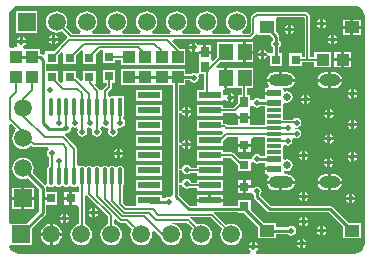
<source format=gtl>
%FSLAX25Y25*%
%MOIN*%
G70*
G01*
G75*
G04 Layer_Physical_Order=1*
G04 Layer_Color=255*
%ADD10O,0.01575X0.05906*%
%ADD11R,0.01575X0.05906*%
%ADD12R,0.03937X0.04331*%
%ADD13R,0.03000X0.03000*%
%ADD14R,0.02756X0.03543*%
%ADD15R,0.07480X0.02362*%
%ADD16R,0.04528X0.01181*%
%ADD17R,0.04528X0.02362*%
%ADD18R,0.04724X0.03937*%
%ADD19R,0.04528X0.05512*%
%ADD20R,0.03000X0.03000*%
%ADD21R,0.04331X0.03937*%
%ADD22C,0.00600*%
%ADD23C,0.01000*%
%ADD24O,0.08263X0.03937*%
%ADD25O,0.07082X0.03937*%
%ADD26C,0.02559*%
%ADD27C,0.05906*%
%ADD28R,0.05906X0.05906*%
%ADD29R,0.05906X0.05906*%
%ADD30C,0.02000*%
G36*
X470322Y216581D02*
X470266Y215734D01*
X469697Y214992D01*
X469339Y214127D01*
X469217Y213200D01*
X469339Y212273D01*
X469697Y211408D01*
X470266Y210666D01*
X471008Y210097D01*
X471873Y209739D01*
X472800Y209617D01*
X473728Y209739D01*
X474592Y210097D01*
X475334Y210666D01*
X475618Y210685D01*
X475751Y210551D01*
X476049Y210352D01*
X476400Y210282D01*
X481097D01*
X481357Y209427D01*
X481247Y209353D01*
X480893Y208824D01*
X480769Y208200D01*
X480893Y207576D01*
X481247Y207047D01*
X481482Y206889D01*
Y203947D01*
X481168Y203737D01*
X480862Y203278D01*
X480754Y202737D01*
Y198406D01*
X480844Y197951D01*
X480056Y197530D01*
X475984Y201602D01*
X476261Y202273D01*
X476383Y203200D01*
X476261Y204127D01*
X475903Y204992D01*
X475334Y205734D01*
X474592Y206303D01*
X473728Y206661D01*
X472800Y206783D01*
X471873Y206661D01*
X471008Y206303D01*
X470266Y205734D01*
X469697Y204992D01*
X469339Y204127D01*
X469217Y203200D01*
X469339Y202273D01*
X469697Y201408D01*
X470266Y200666D01*
X471008Y200097D01*
X471873Y199739D01*
X472800Y199617D01*
X473728Y199739D01*
X474398Y200016D01*
X478278Y196135D01*
Y193206D01*
X478278Y193206D01*
X478278Y193206D01*
Y188865D01*
X474167Y184753D01*
X468744D01*
X468744Y184753D01*
X468744Y184753D01*
X468647Y184753D01*
X468112Y185288D01*
Y217622D01*
X468938Y217965D01*
X470322Y216581D01*
D02*
G37*
G36*
X583303Y257280D02*
X584177Y257165D01*
X584992Y256828D01*
X585691Y256291D01*
X586228Y255592D01*
X586565Y254777D01*
X586681Y253903D01*
X586688D01*
Y253800D01*
X586688Y253800D01*
X586688D01*
Y178200D01*
Y178097D01*
X586681D01*
X586565Y177223D01*
X586228Y176408D01*
X585691Y175709D01*
X584992Y175172D01*
X584177Y174835D01*
X583303Y174720D01*
Y174712D01*
X583251Y174702D01*
X583200Y174712D01*
X550595D01*
X550484Y175079D01*
X550484Y175079D01*
X550336Y175567D01*
X550753Y175847D01*
X551107Y176376D01*
X551132Y176500D01*
X548068D01*
X548093Y176376D01*
X548447Y175847D01*
X548864Y175567D01*
X548605Y174712D01*
X471497D01*
Y174720D01*
X470623Y174835D01*
X469808Y175172D01*
X469109Y175709D01*
X468572Y176408D01*
X468235Y177223D01*
X468550Y177635D01*
X468647Y177647D01*
D01*
X468744Y177647D01*
X468744Y177647D01*
X468744Y177647D01*
X475753D01*
Y183167D01*
X480193Y187607D01*
X480193Y187607D01*
X480436Y187971D01*
X480436Y187971D01*
X480436Y187971D01*
X480522Y188400D01*
X480522Y188400D01*
Y191100D01*
X484250D01*
Y195300D01*
X480522D01*
Y196600D01*
X480522Y196600D01*
X480465Y196883D01*
X481208Y197379D01*
X481627Y197099D01*
X482168Y196992D01*
X482710Y197099D01*
X483169Y197406D01*
Y197406D01*
X483727D01*
X484186Y197099D01*
X484727Y196992D01*
X485269Y197099D01*
X485728Y197406D01*
X486286D01*
X486745Y197099D01*
X487287Y196992D01*
X487828Y197099D01*
X488287Y197406D01*
X488845D01*
Y197406D01*
X489304Y197099D01*
X489846Y196992D01*
X490387Y197099D01*
X490699Y197308D01*
X491487Y196887D01*
Y195300D01*
X490750D01*
Y195300D01*
X489150D01*
Y193199D01*
Y191100D01*
X490750D01*
Y191100D01*
X490855D01*
X491487Y190468D01*
Y184690D01*
X491273Y184661D01*
X490408Y184303D01*
X489666Y183734D01*
X489097Y182992D01*
X488739Y182127D01*
X488617Y181200D01*
X488739Y180273D01*
X489097Y179408D01*
X489666Y178666D01*
X490408Y178097D01*
X491273Y177739D01*
X492200Y177617D01*
X493127Y177739D01*
X493992Y178097D01*
X494734Y178666D01*
X495303Y179408D01*
X495661Y180273D01*
X495783Y181200D01*
X495661Y182127D01*
X495303Y182992D01*
X494734Y183734D01*
X493992Y184303D01*
X493322Y184581D01*
Y194042D01*
X494177Y194302D01*
X494315Y194096D01*
X501282Y187129D01*
Y184663D01*
X501272Y184661D01*
X500408Y184303D01*
X499666Y183734D01*
X499097Y182992D01*
X498739Y182127D01*
X498617Y181200D01*
X498739Y180273D01*
X499097Y179408D01*
X499666Y178666D01*
X500408Y178097D01*
X501272Y177739D01*
X502200Y177617D01*
X503127Y177739D01*
X503992Y178097D01*
X504734Y178666D01*
X505303Y179408D01*
X505661Y180273D01*
X505783Y181200D01*
X505661Y182127D01*
X505303Y182992D01*
X504734Y183734D01*
X503992Y184303D01*
X503127Y184661D01*
X503118Y184663D01*
Y185823D01*
X503943Y186165D01*
X504757Y185351D01*
X505055Y185152D01*
X505406Y185082D01*
X507220D01*
X509190Y183113D01*
X509097Y182992D01*
X508739Y182127D01*
X508617Y181200D01*
X508739Y180273D01*
X509097Y179408D01*
X509666Y178666D01*
X510408Y178097D01*
X511272Y177739D01*
X512200Y177617D01*
X513128Y177739D01*
X513992Y178097D01*
X514734Y178666D01*
X515303Y179408D01*
X515661Y180273D01*
X515783Y181200D01*
X515674Y182032D01*
X516475Y182427D01*
X518351Y180551D01*
X518351D01*
X518351Y180551D01*
X518351Y180551D01*
Y180551D01*
X518649Y180352D01*
X518730Y180336D01*
X518739Y180273D01*
X519097Y179408D01*
X519666Y178666D01*
X520408Y178097D01*
X521273Y177739D01*
X522200Y177617D01*
X523128Y177739D01*
X523992Y178097D01*
X524734Y178666D01*
X525303Y179408D01*
X525661Y180273D01*
X525783Y181200D01*
X525661Y182127D01*
X525303Y182992D01*
X524734Y183734D01*
X523992Y184303D01*
X523128Y184661D01*
X522200Y184783D01*
X522499Y185082D01*
X527620D01*
X527951Y184751D01*
X527951D01*
X527951Y184751D01*
X529363Y183339D01*
X529097Y182992D01*
X528739Y182127D01*
X528617Y181200D01*
X528739Y180273D01*
X529097Y179408D01*
X529666Y178666D01*
X530408Y178097D01*
X531273Y177739D01*
X532200Y177617D01*
X533127Y177739D01*
X533992Y178097D01*
X534734Y178666D01*
X535303Y179408D01*
X535661Y180273D01*
X535783Y181200D01*
X535661Y182127D01*
X535303Y182992D01*
X534734Y183734D01*
X533992Y184303D01*
X533127Y184661D01*
X532200Y184783D01*
X531273Y184661D01*
X530823Y184475D01*
X529249Y186049D01*
X528649Y186649D01*
X528351Y186848D01*
X528351Y186848D01*
X528351D01*
Y186848D01*
X528355Y186882D01*
X535420D01*
X539189Y183113D01*
X539097Y182992D01*
X538739Y182127D01*
X538617Y181200D01*
X538739Y180273D01*
X539097Y179408D01*
X539666Y178666D01*
X540408Y178097D01*
X541272Y177739D01*
X542200Y177617D01*
X543127Y177739D01*
X543992Y178097D01*
X544734Y178666D01*
X545303Y179408D01*
X545661Y180273D01*
X545783Y181200D01*
X545661Y182127D01*
X545303Y182992D01*
X544734Y183734D01*
X543992Y184303D01*
X543127Y184661D01*
X542200Y184783D01*
X541272Y184661D01*
X540540Y184358D01*
X536449Y188449D01*
X536458Y188478D01*
X544500D01*
Y188450D01*
X546391D01*
X551065Y183776D01*
Y179832D01*
X556989D01*
Y181278D01*
X561025D01*
X561047Y181246D01*
X561576Y180893D01*
X562200Y180769D01*
X562824Y180893D01*
X563353Y181246D01*
X563707Y181776D01*
X563831Y182400D01*
X563707Y183024D01*
X563353Y183554D01*
X562824Y183907D01*
X562200Y184031D01*
X561576Y183907D01*
X561047Y183554D01*
X561025Y183522D01*
X556989D01*
Y184968D01*
X553044D01*
X548700Y189313D01*
Y192650D01*
X544500D01*
Y190722D01*
X539478D01*
Y192000D01*
X530798D01*
Y190722D01*
X528465D01*
X524922Y194265D01*
Y197700D01*
X525811Y197787D01*
X525811Y197787D01*
D01*
X525893Y197376D01*
X526247Y196846D01*
X526776Y196493D01*
X527400Y196369D01*
X528024Y196493D01*
X528158Y196582D01*
X530798D01*
Y195719D01*
X539478D01*
Y199281D01*
X530798D01*
Y198418D01*
X528948D01*
X528907Y198624D01*
X528553Y199153D01*
X528024Y199507D01*
X527400Y199631D01*
X526776Y199507D01*
X526247Y199153D01*
X525893Y198624D01*
X525811Y198213D01*
X525026Y198290D01*
X524922Y198300D01*
Y202500D01*
X525811Y202587D01*
X525811Y202587D01*
D01*
X525893Y202176D01*
X526247Y201646D01*
X526776Y201293D01*
X527400Y201169D01*
X528024Y201293D01*
X528458Y201582D01*
X530798D01*
Y200719D01*
X539478D01*
Y204281D01*
X530798D01*
Y203418D01*
X528908D01*
X528907Y203424D01*
X528553Y203954D01*
X528024Y204307D01*
X527400Y204431D01*
X526776Y204307D01*
X526247Y203954D01*
X525893Y203424D01*
X525811Y203013D01*
X525026Y203090D01*
X524922Y203100D01*
Y210900D01*
X525811Y210987D01*
X525769Y211200D01*
X525811Y211413D01*
X525026Y211490D01*
X524922Y211500D01*
Y221700D01*
X525811Y221787D01*
X525769Y222000D01*
X525811Y222213D01*
X525026Y222290D01*
X524922Y222300D01*
Y230888D01*
X526968D01*
Y232532D01*
X528456D01*
X528647Y232246D01*
X529176Y231893D01*
X529800Y231769D01*
X530424Y231893D01*
X530954Y232246D01*
X531307Y232776D01*
X531431Y233400D01*
X531307Y234024D01*
D01*
X531392Y234449D01*
X531422Y234469D01*
D01*
X531546Y234469D01*
Y234469D01*
X531546D01*
D01*
D01*
X531806D01*
Y234469D01*
X533082D01*
Y229281D01*
X530798D01*
Y225719D01*
X539478D01*
Y225856D01*
X540333Y226115D01*
X540647Y225646D01*
X541176Y225293D01*
X541300Y225268D01*
Y226799D01*
Y228332D01*
X541176Y228307D01*
X540647Y227954D01*
X540333Y227485D01*
X539478Y227744D01*
Y229281D01*
D01*
X539478Y229281D01*
X539478Y229281D01*
X539478D01*
Y229281D01*
X540110Y229913D01*
X539950D01*
Y233268D01*
Y236625D01*
X537610D01*
X537268Y237451D01*
X538392Y238575D01*
X543314D01*
Y238575D01*
X543886D01*
X543946Y238575D01*
X543946Y238575D01*
X543946Y238575D01*
X546250D01*
Y241930D01*
Y245286D01*
X543946D01*
X543946Y245286D01*
X543946Y245286D01*
X543886Y245286D01*
X543600D01*
X543314D01*
X543254Y245286D01*
X543254Y245286D01*
X543254Y245286D01*
X537587D01*
Y240365D01*
X536204Y238982D01*
X535378Y239324D01*
Y239400D01*
Y239587D01*
X535378Y239845D01*
X535378Y239845D01*
X535378Y239845D01*
Y241459D01*
X531422D01*
Y239845D01*
X531422Y239845D01*
X531422Y239845D01*
X531422Y239587D01*
Y239213D01*
D01*
D01*
D01*
X531422D01*
D01*
Y235188D01*
X531220Y235080D01*
D01*
X531123Y235029D01*
Y235029D01*
D01*
D01*
D01*
X530764Y234837D01*
Y234837D01*
X530634Y234767D01*
X530424Y234907D01*
X529800Y235031D01*
X529176Y234907D01*
X528978Y234775D01*
X526968D01*
Y236419D01*
X521832D01*
D01*
D01*
X521832Y236419D01*
X521568D01*
Y236419D01*
X516432D01*
D01*
D01*
X516432Y236419D01*
X516069D01*
Y236419D01*
X510931D01*
D01*
D01*
X510931Y236419D01*
X510669D01*
Y236419D01*
X505532D01*
Y230888D01*
X510669D01*
Y230888D01*
X510669D01*
X510669Y230888D01*
X510931D01*
Y230888D01*
X516069D01*
Y230888D01*
X516069D01*
X516069Y230888D01*
X516432D01*
Y230888D01*
X521568D01*
Y230888D01*
X521568D01*
X521568Y230888D01*
X521832D01*
D01*
X522678Y230888D01*
Y194573D01*
X522080Y193677D01*
X521988Y193601D01*
X521400Y193718D01*
X520776Y193594D01*
X520247Y193240D01*
X520225Y193208D01*
X519202D01*
Y194281D01*
X510522D01*
Y191150D01*
X510522Y191150D01*
X510522Y191150D01*
X510522Y190719D01*
X510321Y190518D01*
X507277D01*
X506118Y191677D01*
Y197351D01*
X506200Y197406D01*
X506507Y197865D01*
X506615Y198406D01*
Y202737D01*
X506507Y203278D01*
X506200Y203737D01*
X505741Y204044D01*
X505200Y204152D01*
X504659Y204044D01*
X504200Y203737D01*
Y203737D01*
X503641D01*
X503182Y204044D01*
X502641Y204152D01*
X502100Y204044D01*
X501641Y203737D01*
X501082D01*
X500623Y204044D01*
X500082Y204152D01*
X499541Y204044D01*
X499082Y203737D01*
X498523D01*
X498064Y204044D01*
X497523Y204152D01*
X496981Y204044D01*
X496523Y203737D01*
X495964D01*
X495505Y204044D01*
X494964Y204152D01*
X494422Y204044D01*
X493963Y203737D01*
X493405D01*
X492946Y204044D01*
X492405Y204152D01*
X491863Y204044D01*
X491551Y203836D01*
X490763Y204257D01*
Y209754D01*
X490693Y210105D01*
X490494Y210403D01*
X486702Y214196D01*
X487056Y214859D01*
X487138Y214981D01*
X487200Y214969D01*
X487824Y215093D01*
X488353Y215446D01*
X488707Y215976D01*
X488831Y216600D01*
X488831Y216600D01*
D01*
D01*
D01*
X489576Y216893D01*
X490200Y216769D01*
X490658Y216860D01*
X491155Y216117D01*
X491093Y216024D01*
X490969Y215400D01*
X491093Y214776D01*
X491446Y214247D01*
X491976Y213893D01*
X492600Y213769D01*
X493224Y213893D01*
X493753Y214247D01*
X494107Y214776D01*
X494231Y215400D01*
X494107Y216024D01*
X494045Y216117D01*
X494542Y216860D01*
X495000Y216769D01*
X495458Y216860D01*
X495955Y216117D01*
X495893Y216024D01*
X495769Y215400D01*
X495893Y214776D01*
X496246Y214247D01*
X496776Y213893D01*
X497400Y213769D01*
X498024Y213893D01*
X498554Y214247D01*
X498907Y214776D01*
X499031Y215400D01*
X498907Y216024D01*
X498554Y216553D01*
X498440Y216629D01*
Y216708D01*
X499247Y217247D01*
X499776Y216893D01*
X500400Y216769D01*
X500858Y216860D01*
X501355Y216117D01*
X501293Y216024D01*
X501169Y215400D01*
X501293Y214776D01*
X501647Y214247D01*
X502176Y213893D01*
X502800Y213769D01*
X503424Y213893D01*
X503954Y214247D01*
X504307Y214776D01*
X504431Y215400D01*
X504307Y216024D01*
X504245Y216117D01*
X504742Y216860D01*
X505200Y216769D01*
X505824Y216893D01*
X506354Y217247D01*
X506707Y217776D01*
X506831Y218400D01*
X506707Y219024D01*
X506354Y219553D01*
X506118Y219711D01*
Y220247D01*
X506587D01*
Y227353D01*
X503813D01*
X503813Y227353D01*
X503289Y227201D01*
X503182Y227272D01*
X502641Y227380D01*
X502100Y227272D01*
X501788Y227064D01*
X500999Y227485D01*
Y228502D01*
X502249Y229751D01*
X502448Y230049D01*
X502518Y230400D01*
X502518Y230400D01*
X502518Y230400D01*
Y230400D01*
Y231718D01*
X503635D01*
Y235918D01*
X499435D01*
Y231718D01*
X500682D01*
Y230780D01*
X499433Y229531D01*
X499247Y229253D01*
X498371Y229427D01*
X498371Y229428D01*
X498172Y229726D01*
X496843Y231054D01*
X497035Y231518D01*
X497035D01*
X497035Y231518D01*
Y235718D01*
X492835D01*
Y232630D01*
X492010Y232288D01*
X490849Y233449D01*
X490551Y233648D01*
X490435Y233671D01*
Y235718D01*
X486235D01*
Y232030D01*
X485410Y231688D01*
X484435Y232662D01*
Y235718D01*
X480457D01*
Y238018D01*
X484435D01*
Y240921D01*
X485410Y241895D01*
X486235Y241553D01*
Y238018D01*
X490435D01*
Y240921D01*
X492010Y242495D01*
X492835Y242153D01*
Y238018D01*
X497035D01*
Y241338D01*
X498380Y242682D01*
X499435D01*
Y242418D01*
X499435D01*
Y238218D01*
X503635D01*
Y239429D01*
X505532D01*
Y237581D01*
X510669D01*
Y237581D01*
X510669D01*
X510669Y237581D01*
X510931D01*
Y237581D01*
X516069D01*
Y237581D01*
X516069D01*
X516069Y237581D01*
X516432D01*
Y237581D01*
X521568D01*
Y237581D01*
X521568D01*
X521568Y237581D01*
X521832D01*
Y237581D01*
X526968D01*
Y243112D01*
X524986D01*
X522641Y245457D01*
X522983Y246282D01*
X548400D01*
X548751Y246352D01*
X549049Y246551D01*
X549049Y246551D01*
X549049Y246551D01*
X550249Y247751D01*
X550602Y247944D01*
X550602Y247944D01*
X551065Y247632D01*
X551069Y247632D01*
X551069Y247632D01*
Y247632D01*
X555009D01*
X556028Y246612D01*
Y245975D01*
X555997Y245953D01*
X555643Y245424D01*
X555519Y244800D01*
X555643Y244176D01*
X555997Y243647D01*
X556028Y243625D01*
Y241500D01*
X555050D01*
Y241500D01*
X554172D01*
X554232Y241200D01*
X554161Y240844D01*
X555050Y240757D01*
Y237300D01*
X559250D01*
Y241500D01*
X558272D01*
Y243625D01*
X558303Y243647D01*
X558657Y244176D01*
X558781Y244800D01*
X558657Y245424D01*
X558303Y245953D01*
X558272Y245975D01*
Y247077D01*
X558272Y247077D01*
X558186Y247506D01*
X557943Y247870D01*
X556989Y248824D01*
Y252768D01*
X556989D01*
Y252850D01*
X557621Y253482D01*
X566620D01*
X566682Y253420D01*
Y240318D01*
X565750D01*
Y241500D01*
X561550D01*
Y237300D01*
X565750D01*
Y238482D01*
X569888D01*
Y236831D01*
X575419D01*
Y241968D01*
X569888D01*
Y240318D01*
X568518D01*
Y253800D01*
X568448Y254151D01*
X568249Y254449D01*
X567649Y255049D01*
X567351Y255248D01*
X567000Y255318D01*
X550800D01*
X550449Y255248D01*
X550151Y255049D01*
X548951Y253849D01*
X548752Y253551D01*
X548682Y253200D01*
Y248780D01*
X548020Y248118D01*
X546167D01*
X545879Y248964D01*
X546534Y249466D01*
X547103Y250208D01*
X547461Y251073D01*
X547583Y252000D01*
X547461Y252927D01*
X547103Y253792D01*
X546534Y254534D01*
X545792Y255103D01*
X544927Y255461D01*
X544000Y255583D01*
X543073Y255461D01*
X542208Y255103D01*
X541466Y254534D01*
X540897Y253792D01*
X540539Y252927D01*
X540417Y252000D01*
X540539Y251073D01*
X540897Y250208D01*
X541466Y249466D01*
X542121Y248964D01*
X541833Y248118D01*
X536167D01*
X535879Y248964D01*
X536534Y249466D01*
X537103Y250208D01*
X537461Y251073D01*
X537583Y252000D01*
X537461Y252927D01*
X537103Y253792D01*
X536534Y254534D01*
X535792Y255103D01*
X534928Y255461D01*
X534000Y255583D01*
X533073Y255461D01*
X532208Y255103D01*
X531466Y254534D01*
X530897Y253792D01*
X530539Y252927D01*
X530417Y252000D01*
X530539Y251073D01*
X530897Y250208D01*
X531466Y249466D01*
X532121Y248964D01*
X531833Y248118D01*
X526167D01*
X525879Y248964D01*
X526534Y249466D01*
X527103Y250208D01*
X527461Y251073D01*
X527583Y252000D01*
X527461Y252927D01*
X527103Y253792D01*
X526534Y254534D01*
X525792Y255103D01*
X524928Y255461D01*
X524000Y255583D01*
X523072Y255461D01*
X522208Y255103D01*
X521466Y254534D01*
X520897Y253792D01*
X520539Y252927D01*
X520417Y252000D01*
X520539Y251073D01*
X520897Y250208D01*
X521466Y249466D01*
X522121Y248964D01*
X521833Y248118D01*
X516167D01*
X515879Y248964D01*
X516534Y249466D01*
X517103Y250208D01*
X517461Y251073D01*
X517583Y252000D01*
X517461Y252927D01*
X517103Y253792D01*
X516534Y254534D01*
X515792Y255103D01*
X514927Y255461D01*
X514000Y255583D01*
X513072Y255461D01*
X512208Y255103D01*
X511466Y254534D01*
X510897Y253792D01*
X510539Y252927D01*
X510417Y252000D01*
X510539Y251073D01*
X510897Y250208D01*
X511466Y249466D01*
X512121Y248964D01*
X511833Y248118D01*
X506167D01*
X505879Y248964D01*
X506534Y249466D01*
X507103Y250208D01*
X507461Y251073D01*
X507583Y252000D01*
X507461Y252927D01*
X507103Y253792D01*
X506534Y254534D01*
X505792Y255103D01*
X504927Y255461D01*
X504000Y255583D01*
X503073Y255461D01*
X502208Y255103D01*
X501466Y254534D01*
X500897Y253792D01*
X500539Y252927D01*
X500417Y252000D01*
X500539Y251073D01*
X500897Y250208D01*
X501466Y249466D01*
X502121Y248964D01*
X501833Y248118D01*
X496167D01*
X495879Y248964D01*
X496534Y249466D01*
X497103Y250208D01*
X497461Y251073D01*
X497583Y252000D01*
X497461Y252927D01*
X497103Y253792D01*
X496534Y254534D01*
X495792Y255103D01*
X494928Y255461D01*
X494000Y255583D01*
X493073Y255461D01*
X492208Y255103D01*
X491466Y254534D01*
X490897Y253792D01*
X490539Y252927D01*
X490417Y252000D01*
X490539Y251073D01*
X490897Y250208D01*
X491466Y249466D01*
X492121Y248964D01*
X491833Y248118D01*
X489180D01*
X487097Y250200D01*
X487103Y250208D01*
X487461Y251073D01*
X487583Y252000D01*
X487461Y252927D01*
X487103Y253792D01*
X486534Y254534D01*
X485792Y255103D01*
X484928Y255461D01*
X484000Y255583D01*
X483073Y255461D01*
X482208Y255103D01*
X481466Y254534D01*
X480897Y253792D01*
X480539Y252927D01*
X480417Y252000D01*
X480539Y251073D01*
X480897Y250208D01*
X481466Y249466D01*
X482208Y248897D01*
X483073Y248539D01*
X484000Y248417D01*
X484928Y248539D01*
X485792Y248897D01*
X485800Y248903D01*
X487612Y247091D01*
X487568Y246649D01*
X483138Y242218D01*
X480235D01*
Y241254D01*
X479410Y240912D01*
X479182Y241140D01*
X478818Y241383D01*
X478389Y241468D01*
X478369Y241570D01*
Y243112D01*
X473232D01*
D01*
D01*
X473232Y243112D01*
X473195D01*
X472935Y243967D01*
X473353Y244247D01*
X473707Y244776D01*
X473732Y244900D01*
X470668D01*
X470693Y244776D01*
X470978Y244348D01*
X470728Y243770D01*
X470559Y243517D01*
X468794Y243225D01*
X468112Y243803D01*
Y253903D01*
X468119D01*
X468235Y254777D01*
X468572Y255592D01*
X469109Y256291D01*
X469808Y256828D01*
X470623Y257165D01*
X471497Y257280D01*
Y257288D01*
X583303D01*
Y257280D01*
D02*
G37*
%LPC*%
G36*
X546100Y199150D02*
X544500D01*
Y197550D01*
X546100D01*
Y199150D01*
D02*
G37*
G36*
X563451Y198092D02*
X559263D01*
Y196002D01*
X560926D01*
X561596Y196090D01*
X562221Y196349D01*
X562758Y196760D01*
X563169Y197297D01*
X563428Y197922D01*
X563451Y198092D01*
D02*
G37*
G36*
X550800Y197112D02*
X550176Y196987D01*
X549647Y196634D01*
X549555Y196497D01*
X548700Y196757D01*
Y196550D01*
X547100D01*
Y194950D01*
X548700D01*
Y194950D01*
X549274D01*
X549293Y194856D01*
X549647Y194327D01*
X549678Y194305D01*
Y193800D01*
X549678Y193800D01*
X549764Y193371D01*
X550007Y193007D01*
X554207Y188807D01*
X554207Y188807D01*
X554571Y188564D01*
X554571Y188564D01*
X554571Y188564D01*
D01*
X554571Y188564D01*
X554571Y188564D01*
X555000Y188478D01*
X555000Y188478D01*
X574709D01*
X579411Y183776D01*
Y179832D01*
X585335D01*
Y184968D01*
X581391D01*
X575966Y190393D01*
X575602Y190636D01*
X575173Y190722D01*
X575173Y190722D01*
X555465D01*
X551922Y194265D01*
Y194305D01*
X551954Y194327D01*
X552307Y194856D01*
X552431Y195480D01*
X552307Y196105D01*
X551954Y196634D01*
X551424Y196987D01*
X550800Y197112D01*
D02*
G37*
G36*
X519202Y204281D02*
X510522D01*
Y200719D01*
X519202D01*
Y204281D01*
D02*
G37*
G36*
X574300Y204700D02*
X573268D01*
X573293Y204576D01*
X573646Y204047D01*
X574176Y203693D01*
X574300Y203668D01*
Y204700D01*
D02*
G37*
G36*
X576673Y201182D02*
X575601D01*
Y199092D01*
X579198D01*
X579176Y199262D01*
X578917Y199887D01*
X578505Y200424D01*
X577969Y200835D01*
X577344Y201094D01*
X576673Y201182D01*
D02*
G37*
G36*
X548700Y199150D02*
X547100D01*
Y197550D01*
X548700D01*
Y199150D01*
D02*
G37*
G36*
X574601Y201182D02*
X573529D01*
X572858Y201094D01*
X572233Y200835D01*
X571697Y200424D01*
X571285Y199887D01*
X571026Y199262D01*
X571004Y199092D01*
X574601D01*
Y201182D01*
D02*
G37*
G36*
X565900Y195332D02*
X565776Y195307D01*
X565246Y194954D01*
X564893Y194424D01*
X564868Y194300D01*
X565900D01*
Y195332D01*
D02*
G37*
G36*
X566900D02*
Y194300D01*
X567932D01*
X567907Y194424D01*
X567554Y194954D01*
X567024Y195307D01*
X566900Y195332D01*
D02*
G37*
G36*
X581500Y194732D02*
X581376Y194707D01*
X580847Y194353D01*
X580493Y193824D01*
X580468Y193700D01*
X581500D01*
Y194732D01*
D02*
G37*
G36*
X582500D02*
Y193700D01*
X583532D01*
X583507Y193824D01*
X583153Y194353D01*
X582624Y194707D01*
X582500Y194732D01*
D02*
G37*
G36*
X546100Y196550D02*
X544500D01*
Y194950D01*
X546100D01*
Y196550D01*
D02*
G37*
G36*
X579198Y198092D02*
X575601D01*
Y196001D01*
X576673D01*
X577344Y196089D01*
X577969Y196348D01*
X578505Y196760D01*
X578917Y197296D01*
X579176Y197921D01*
X579198Y198092D01*
D02*
G37*
G36*
X558263Y198092D02*
X554075D01*
X554098Y197922D01*
X554356Y197297D01*
X554768Y196760D01*
X555305Y196349D01*
X555930Y196090D01*
X556600Y196002D01*
X558263D01*
Y198092D01*
D02*
G37*
G36*
X519202Y199281D02*
X510522D01*
Y195719D01*
X519202D01*
Y199281D01*
D02*
G37*
G36*
X574601Y198092D02*
X571004D01*
X571026Y197921D01*
X571285Y197296D01*
X571697Y196760D01*
X572233Y196348D01*
X572858Y196089D01*
X573529Y196001D01*
X574601D01*
Y198092D01*
D02*
G37*
G36*
X576332Y204700D02*
X575300D01*
Y203668D01*
X575424Y203693D01*
X575953Y204047D01*
X576307Y204576D01*
X576332Y204700D01*
D02*
G37*
G36*
X566900Y209132D02*
Y208100D01*
X567932D01*
X567907Y208224D01*
X567554Y208753D01*
X567024Y209107D01*
X566900Y209132D01*
D02*
G37*
G36*
X504100Y209732D02*
X503976Y209707D01*
X503446Y209353D01*
X503093Y208824D01*
X503068Y208700D01*
X504100D01*
Y209732D01*
D02*
G37*
G36*
X583100Y208532D02*
Y207500D01*
X584132D01*
X584107Y207624D01*
X583753Y208154D01*
X583224Y208507D01*
X583100Y208532D01*
D02*
G37*
G36*
X565900Y209132D02*
X565776Y209107D01*
X565246Y208753D01*
X564893Y208224D01*
X564868Y208100D01*
X565900D01*
Y209132D01*
D02*
G37*
G36*
X505100Y209732D02*
Y208700D01*
X506132D01*
X506107Y208824D01*
X505754Y209353D01*
X505224Y209707D01*
X505100Y209732D01*
D02*
G37*
G36*
X526900Y210700D02*
X525868D01*
X525893Y210576D01*
X526247Y210047D01*
X526776Y209693D01*
X526900Y209668D01*
Y210700D01*
D02*
G37*
G36*
X528932D02*
X527900D01*
Y209668D01*
X528024Y209693D01*
X528553Y210047D01*
X528907Y210576D01*
X528932Y210700D01*
D02*
G37*
G36*
X546100Y210350D02*
X544500D01*
Y208750D01*
X546100D01*
Y210350D01*
D02*
G37*
G36*
X548700D02*
X547100D01*
Y208750D01*
X548700D01*
Y210350D01*
D02*
G37*
G36*
X582100Y208532D02*
X581976Y208507D01*
X581447Y208154D01*
X581093Y207624D01*
X581068Y207500D01*
X582100D01*
Y208532D01*
D02*
G37*
G36*
X574300Y206732D02*
X574176Y206707D01*
X573646Y206353D01*
X573293Y205824D01*
X573268Y205700D01*
X574300D01*
Y206732D01*
D02*
G37*
G36*
X575300D02*
Y205700D01*
X576332D01*
X576307Y205824D01*
X575953Y206353D01*
X575424Y206707D01*
X575300Y206732D01*
D02*
G37*
G36*
X582100Y206500D02*
X581068D01*
X581093Y206376D01*
X581447Y205847D01*
X581976Y205493D01*
X582100Y205468D01*
Y206500D01*
D02*
G37*
G36*
X584132D02*
X583100D01*
Y205468D01*
X583224Y205493D01*
X583753Y205847D01*
X584107Y206376D01*
X584132Y206500D01*
D02*
G37*
G36*
X519202Y209281D02*
X510522D01*
Y205719D01*
X519202D01*
Y209281D01*
D02*
G37*
G36*
X504100Y207700D02*
X503068D01*
X503093Y207576D01*
X503446Y207047D01*
X503976Y206693D01*
X504100Y206668D01*
Y207700D01*
D02*
G37*
G36*
X506132D02*
X505100D01*
Y206668D01*
X505224Y206693D01*
X505754Y207047D01*
X506107Y207576D01*
X506132Y207700D01*
D02*
G37*
G36*
X565900Y207100D02*
X564868D01*
X564893Y206976D01*
X565246Y206447D01*
X565776Y206093D01*
X565900Y206068D01*
Y207100D01*
D02*
G37*
G36*
X567932D02*
X566900D01*
Y206068D01*
X567024Y206093D01*
X567554Y206447D01*
X567907Y206976D01*
X567932Y207100D01*
D02*
G37*
G36*
X571900Y183932D02*
X571776Y183907D01*
X571246Y183554D01*
X570893Y183024D01*
X570868Y182900D01*
X571900D01*
Y183932D01*
D02*
G37*
G36*
X572900D02*
Y182900D01*
X573932D01*
X573907Y183024D01*
X573554Y183554D01*
X573024Y183907D01*
X572900Y183932D01*
D02*
G37*
G36*
X481700Y184718D02*
X481273Y184661D01*
X480408Y184303D01*
X479666Y183734D01*
X479097Y182992D01*
X478739Y182127D01*
X478682Y181700D01*
X481700D01*
Y184718D01*
D02*
G37*
G36*
X482700D02*
Y181700D01*
X485718D01*
X485661Y182127D01*
X485303Y182992D01*
X484734Y183734D01*
X483992Y184303D01*
X483127Y184661D01*
X482700Y184718D01*
D02*
G37*
G36*
X565900Y184900D02*
X564868D01*
X564893Y184776D01*
X565246Y184247D01*
X565776Y183893D01*
X565900Y183868D01*
Y184900D01*
D02*
G37*
G36*
X488132Y186100D02*
X487100D01*
Y185068D01*
X487224Y185093D01*
X487753Y185447D01*
X488107Y185976D01*
X488132Y186100D01*
D02*
G37*
G36*
X565900Y186932D02*
X565776Y186907D01*
X565246Y186554D01*
X564893Y186024D01*
X564868Y185900D01*
X565900D01*
Y186932D01*
D02*
G37*
G36*
X567932Y184900D02*
X566900D01*
Y183868D01*
X567024Y183893D01*
X567554Y184247D01*
X567907Y184776D01*
X567932Y184900D01*
D02*
G37*
G36*
X486100Y186100D02*
X485068D01*
X485093Y185976D01*
X485447Y185447D01*
X485976Y185093D01*
X486100Y185068D01*
Y186100D01*
D02*
G37*
G36*
X573932Y181900D02*
X572900D01*
Y180868D01*
X573024Y180893D01*
X573554Y181246D01*
X573907Y181776D01*
X573932Y181900D01*
D02*
G37*
G36*
X549100Y178532D02*
X548976Y178507D01*
X548447Y178154D01*
X548093Y177624D01*
X548068Y177500D01*
X549100D01*
Y178532D01*
D02*
G37*
G36*
X550100D02*
Y177500D01*
X551132D01*
X551107Y177624D01*
X550753Y178154D01*
X550224Y178507D01*
X550100Y178532D01*
D02*
G37*
G36*
X565300Y177700D02*
X564268D01*
X564293Y177576D01*
X564646Y177047D01*
X565176Y176693D01*
X565300Y176668D01*
Y177700D01*
D02*
G37*
G36*
X567332D02*
X566300D01*
Y176668D01*
X566424Y176693D01*
X566954Y177047D01*
X567307Y177576D01*
X567332Y177700D01*
D02*
G37*
G36*
X481700Y180700D02*
X478682D01*
X478739Y180273D01*
X479097Y179408D01*
X479666Y178666D01*
X480408Y178097D01*
X481273Y177739D01*
X481700Y177682D01*
Y180700D01*
D02*
G37*
G36*
X566300Y179732D02*
Y178700D01*
X567332D01*
X567307Y178824D01*
X566954Y179353D01*
X566424Y179707D01*
X566300Y179732D01*
D02*
G37*
G36*
X571900Y181900D02*
X570868D01*
X570893Y181776D01*
X571246Y181246D01*
X571776Y180893D01*
X571900Y180868D01*
Y181900D01*
D02*
G37*
G36*
X485718Y180700D02*
X482700D01*
Y177682D01*
X483127Y177739D01*
X483992Y178097D01*
X484734Y178666D01*
X485303Y179408D01*
X485661Y180273D01*
X485718Y180700D01*
D02*
G37*
G36*
X565300Y179732D02*
X565176Y179707D01*
X564646Y179353D01*
X564293Y178824D01*
X564268Y178700D01*
X565300D01*
Y179732D01*
D02*
G37*
G36*
X565900Y193300D02*
X564868D01*
X564893Y193176D01*
X565246Y192647D01*
X565776Y192293D01*
X565900Y192268D01*
Y193300D01*
D02*
G37*
G36*
X567932D02*
X566900D01*
Y192268D01*
X567024Y192293D01*
X567554Y192647D01*
X567907Y193176D01*
X567932Y193300D01*
D02*
G37*
G36*
X581500Y192700D02*
X580468D01*
X580493Y192576D01*
X580847Y192046D01*
X581376Y191693D01*
X581500Y191668D01*
Y192700D01*
D02*
G37*
G36*
X583532D02*
X582500D01*
Y191668D01*
X582624Y191693D01*
X583153Y192046D01*
X583507Y192576D01*
X583532Y192700D01*
D02*
G37*
G36*
X534638Y194281D02*
X530798D01*
Y193000D01*
X534638D01*
Y194281D01*
D02*
G37*
G36*
X472300Y196753D02*
X469247D01*
Y193700D01*
X472300D01*
Y196753D01*
D02*
G37*
G36*
X476353D02*
X473300D01*
Y193700D01*
X476353D01*
Y196753D01*
D02*
G37*
G36*
X539478Y194281D02*
X535638D01*
Y193000D01*
X539478D01*
Y194281D01*
D02*
G37*
G36*
X488150Y195300D02*
X486550D01*
Y193700D01*
X488150D01*
Y195300D01*
D02*
G37*
G36*
Y192700D02*
X486550D01*
Y191100D01*
X488150D01*
Y192700D01*
D02*
G37*
G36*
X497732Y187900D02*
X496700D01*
Y186868D01*
X496824Y186893D01*
X497354Y187247D01*
X497707Y187776D01*
X497732Y187900D01*
D02*
G37*
G36*
X486100Y188132D02*
X485976Y188107D01*
X485447Y187753D01*
X485093Y187224D01*
X485068Y187100D01*
X486100D01*
Y188132D01*
D02*
G37*
G36*
X566900Y186932D02*
Y185900D01*
X567932D01*
X567907Y186024D01*
X567554Y186554D01*
X567024Y186907D01*
X566900Y186932D01*
D02*
G37*
G36*
X495700Y187900D02*
X494668D01*
X494693Y187776D01*
X495047Y187247D01*
X495576Y186893D01*
X495700Y186868D01*
Y187900D01*
D02*
G37*
G36*
X487100Y188132D02*
Y187100D01*
X488132D01*
X488107Y187224D01*
X487753Y187753D01*
X487224Y188107D01*
X487100Y188132D01*
D02*
G37*
G36*
X472300Y192700D02*
X469247D01*
Y189647D01*
X472300D01*
Y192700D01*
D02*
G37*
G36*
X476353D02*
X473300D01*
Y189647D01*
X476353D01*
Y192700D01*
D02*
G37*
G36*
X495700Y189932D02*
X495576Y189907D01*
X495047Y189553D01*
X494693Y189024D01*
X494668Y188900D01*
X495700D01*
Y189932D01*
D02*
G37*
G36*
X496700D02*
Y188900D01*
X497732D01*
X497707Y189024D01*
X497354Y189553D01*
X496824Y189907D01*
X496700Y189932D01*
D02*
G37*
G36*
X549613Y245286D02*
X547250D01*
Y242431D01*
X549613D01*
Y245286D01*
D02*
G37*
G36*
X535378Y244331D02*
X533900D01*
Y242459D01*
X535378D01*
Y244331D01*
D02*
G37*
G36*
X530300Y245132D02*
Y243599D01*
Y242068D01*
X530424Y242093D01*
X530634Y242233D01*
X531422Y241812D01*
Y242459D01*
X532900D01*
Y244331D01*
X531422D01*
Y244331D01*
X531236Y244331D01*
X530954Y244754D01*
X530424Y245107D01*
X530300Y245132D01*
D02*
G37*
G36*
X529300Y243100D02*
X528268D01*
X528293Y242976D01*
X528647Y242446D01*
X529176Y242093D01*
X529300Y242068D01*
Y243100D01*
D02*
G37*
G36*
Y245132D02*
X529176Y245107D01*
X528647Y244754D01*
X528293Y244224D01*
X528268Y244100D01*
X529300D01*
Y245132D01*
D02*
G37*
G36*
X575500Y245500D02*
X574468D01*
X574493Y245376D01*
X574847Y244847D01*
X575376Y244493D01*
X575500Y244468D01*
Y245500D01*
D02*
G37*
G36*
X577532D02*
X576500D01*
Y244468D01*
X576624Y244493D01*
X577153Y244847D01*
X577507Y245376D01*
X577532Y245500D01*
D02*
G37*
G36*
X482500D02*
X481468D01*
X481493Y245376D01*
X481847Y244847D01*
X482376Y244493D01*
X482500Y244468D01*
Y245500D01*
D02*
G37*
G36*
X484532D02*
X483500D01*
Y244468D01*
X483624Y244493D01*
X484154Y244847D01*
X484507Y245376D01*
X484532Y245500D01*
D02*
G37*
G36*
X553100Y242732D02*
Y241700D01*
X554132D01*
X554107Y241824D01*
X553754Y242354D01*
X553224Y242707D01*
X553100Y242732D01*
D02*
G37*
G36*
X582112Y238900D02*
X579846D01*
Y236831D01*
X582112D01*
Y238900D01*
D02*
G37*
G36*
X549613Y241431D02*
X547250D01*
Y238575D01*
X549613D01*
Y241431D01*
D02*
G37*
G36*
X543946Y236625D02*
X543946Y236625D01*
X543886Y236625D01*
X543600D01*
X543314D01*
X543254Y236625D01*
X543254Y236625D01*
X543254Y236625D01*
X540950D01*
Y233268D01*
Y229913D01*
X543314D01*
X543314Y229913D01*
Y229913D01*
X543314D01*
X543886D01*
X543946Y229913D01*
X543946Y229913D01*
X543946Y229913D01*
X545682D01*
Y227531D01*
X544622D01*
Y224920D01*
X543120Y223418D01*
X539478D01*
Y224281D01*
X530798D01*
Y220719D01*
X539478D01*
Y221582D01*
X543500D01*
X543851Y221652D01*
X544622Y220499D01*
Y220541D01*
X548578D01*
Y222413D01*
D01*
Y222413D01*
X548578Y222413D01*
Y222787D01*
X548578D01*
Y223906D01*
X549433Y224166D01*
X549647Y223847D01*
X550176Y223493D01*
X550800Y223369D01*
X551424Y223493D01*
X551954Y223847D01*
X552007Y223927D01*
X553635D01*
Y223268D01*
Y221299D01*
Y219330D01*
Y217502D01*
X548578D01*
Y217502D01*
Y217669D01*
X548578Y218134D01*
X548578Y218134D01*
X548578Y218134D01*
Y219541D01*
X544622D01*
Y218134D01*
X544622Y218134D01*
X544622Y218134D01*
X544622Y217669D01*
X544454Y217502D01*
X540996D01*
X540649Y217849D01*
X540351Y218048D01*
X540000Y218118D01*
X539478D01*
Y219281D01*
X530798D01*
Y215719D01*
X539053D01*
X539396Y214893D01*
X538783Y214281D01*
X530798D01*
Y210719D01*
X539478D01*
Y212380D01*
X540796Y213698D01*
X544500D01*
Y212950D01*
X544500D01*
Y211350D01*
X548700D01*
Y212950D01*
X548700D01*
Y213066D01*
X549332Y213698D01*
X553635D01*
Y213425D01*
Y211456D01*
Y209488D01*
Y207519D01*
Y207273D01*
X552141D01*
X551954Y207554D01*
X551424Y207907D01*
X550800Y208031D01*
X550176Y207907D01*
X549647Y207554D01*
X549293Y207024D01*
X549179Y206450D01*
X548700D01*
Y206450D01*
X544848D01*
X543049Y208249D01*
X542751Y208448D01*
X542400Y208518D01*
X539478D01*
Y209281D01*
X530798D01*
Y205719D01*
X539478D01*
Y206682D01*
X542020D01*
X544500Y204202D01*
Y202250D01*
X548700D01*
Y205124D01*
X549555Y205383D01*
X549647Y205246D01*
X550176Y204893D01*
X550800Y204769D01*
X551424Y204893D01*
X551629Y205029D01*
X553635D01*
Y204370D01*
Y203501D01*
X556500D01*
Y202501D01*
X553635D01*
Y201220D01*
X554157D01*
X554749Y200448D01*
X554764Y200419D01*
X554356Y199888D01*
X554098Y199263D01*
X554075Y199092D01*
X563451D01*
X563428Y199263D01*
X563169Y199888D01*
X562758Y200424D01*
X562221Y200836D01*
X561596Y201095D01*
X560926Y201183D01*
X560098D01*
X559677Y201971D01*
X559913Y202325D01*
X560054Y202440D01*
X560731Y202306D01*
X561464Y202451D01*
X562086Y202867D01*
X562501Y203489D01*
X562647Y204222D01*
X562501Y204955D01*
X562086Y205577D01*
X561464Y205993D01*
X560731Y206138D01*
X560054Y206004D01*
X559913Y206119D01*
X559363Y206943D01*
Y207519D01*
Y209488D01*
Y210622D01*
X560151Y211043D01*
X560376Y210893D01*
X561000Y210769D01*
X561624Y210893D01*
X562153Y211246D01*
X562507Y211776D01*
X562631Y212400D01*
X562540Y212858D01*
X563283Y213355D01*
X563376Y213293D01*
X564000Y213169D01*
X564624Y213293D01*
X565154Y213647D01*
X565507Y214176D01*
X565631Y214800D01*
X565507Y215424D01*
X565154Y215953D01*
X564624Y216307D01*
X564000Y216431D01*
X563589Y216350D01*
X563491Y216600D01*
X563589Y216850D01*
X564000Y216769D01*
X564624Y216893D01*
X565154Y217247D01*
X565507Y217776D01*
X565631Y218400D01*
X565507Y219024D01*
X565154Y219553D01*
X564624Y219907D01*
X564000Y220031D01*
X563376Y219907D01*
X562847Y219553D01*
X562756Y219418D01*
X559363D01*
Y219743D01*
Y221299D01*
Y223268D01*
Y224257D01*
X559913Y225081D01*
X560054Y225196D01*
X560731Y225062D01*
X561464Y225207D01*
X562086Y225623D01*
X562501Y226245D01*
X562647Y226978D01*
X562501Y227711D01*
X562086Y228333D01*
X561464Y228748D01*
X560731Y228894D01*
X560054Y228760D01*
X559913Y228875D01*
X559363Y229699D01*
Y229979D01*
X559401Y230017D01*
X560926D01*
X561596Y230106D01*
X562221Y230365D01*
X562757Y230776D01*
X563169Y231313D01*
X563428Y231938D01*
X563450Y232108D01*
X554075D01*
X554098Y231938D01*
X554356Y231313D01*
X554765Y230781D01*
X554752Y230756D01*
X554156Y229979D01*
X553635D01*
Y228698D01*
X556500D01*
Y227698D01*
X553635D01*
Y226417D01*
Y226170D01*
X551929D01*
X551424Y226507D01*
X550800Y226631D01*
X550176Y226507D01*
X549647Y226153D01*
X549433Y225834D01*
X548578Y226094D01*
Y227531D01*
X547518D01*
Y229913D01*
X549613D01*
Y236625D01*
X543946D01*
X543946Y236625D01*
D02*
G37*
G36*
X578846Y238900D02*
X576581D01*
Y236831D01*
X578846D01*
Y238900D01*
D02*
G37*
G36*
X552100Y240700D02*
X551068D01*
X551093Y240576D01*
X551446Y240047D01*
X551976Y239693D01*
X552100Y239668D01*
Y240700D01*
D02*
G37*
G36*
X582112Y241968D02*
X579846D01*
Y239900D01*
X582112D01*
Y241968D01*
D02*
G37*
G36*
X552100Y242732D02*
X551976Y242707D01*
X551446Y242354D01*
X551093Y241824D01*
X551068Y241700D01*
X552100D01*
Y242732D01*
D02*
G37*
G36*
X554132Y240700D02*
X553100D01*
Y239668D01*
X553224Y239693D01*
X553754Y240047D01*
X554107Y240576D01*
X554132Y240700D01*
D02*
G37*
G36*
X578846Y241968D02*
X576581D01*
Y239900D01*
X578846D01*
Y241968D01*
D02*
G37*
G36*
X573932Y250900D02*
X572900D01*
Y249868D01*
X573024Y249893D01*
X573554Y250247D01*
X573907Y250776D01*
X573932Y250900D01*
D02*
G37*
G36*
X561100Y251132D02*
X560976Y251107D01*
X560447Y250753D01*
X560093Y250224D01*
X560068Y250100D01*
X561100D01*
Y251132D01*
D02*
G37*
G36*
X477553Y255553D02*
X470447D01*
Y248447D01*
X477553D01*
Y255553D01*
D02*
G37*
G36*
X571900Y250900D02*
X570868D01*
X570893Y250776D01*
X571246Y250247D01*
X571776Y249893D01*
X571900Y249868D01*
Y250900D01*
D02*
G37*
G36*
X562100Y251132D02*
Y250100D01*
X563132D01*
X563107Y250224D01*
X562753Y250753D01*
X562224Y251107D01*
X562100Y251132D01*
D02*
G37*
G36*
X571900Y252932D02*
X571776Y252907D01*
X571246Y252554D01*
X570893Y252024D01*
X570868Y251900D01*
X571900D01*
Y252932D01*
D02*
G37*
G36*
X572900D02*
Y251900D01*
X573932D01*
X573907Y252024D01*
X573554Y252554D01*
X573024Y252907D01*
X572900Y252932D01*
D02*
G37*
G36*
X581873Y252768D02*
X579411D01*
Y250700D01*
X581873D01*
Y252768D01*
D02*
G37*
G36*
X585335D02*
X582873D01*
Y250700D01*
X585335D01*
Y252768D01*
D02*
G37*
G36*
X563132Y249100D02*
X562100D01*
Y248068D01*
X562224Y248093D01*
X562753Y248446D01*
X563107Y248976D01*
X563132Y249100D01*
D02*
G37*
G36*
X482500Y247532D02*
X482376Y247507D01*
X481847Y247153D01*
X481493Y246624D01*
X481468Y246500D01*
X482500D01*
Y247532D01*
D02*
G37*
G36*
X483500D02*
Y246500D01*
X484532D01*
X484507Y246624D01*
X484154Y247153D01*
X483624Y247507D01*
X483500Y247532D01*
D02*
G37*
G36*
X471700Y246932D02*
X471576Y246907D01*
X471046Y246553D01*
X470693Y246024D01*
X470668Y245900D01*
X471700D01*
Y246932D01*
D02*
G37*
G36*
X472700D02*
Y245900D01*
X473732D01*
X473707Y246024D01*
X473353Y246553D01*
X472824Y246907D01*
X472700Y246932D01*
D02*
G37*
G36*
X575500Y247532D02*
X575376Y247507D01*
X574847Y247153D01*
X574493Y246624D01*
X574468Y246500D01*
X575500D01*
Y247532D01*
D02*
G37*
G36*
X585335Y249700D02*
X582873D01*
Y247632D01*
X585335D01*
Y249700D01*
D02*
G37*
G36*
X561100Y249100D02*
X560068D01*
X560093Y248976D01*
X560447Y248446D01*
X560976Y248093D01*
X561100Y248068D01*
Y249100D01*
D02*
G37*
G36*
X576500Y247532D02*
Y246500D01*
X577532D01*
X577507Y246624D01*
X577153Y247153D01*
X576624Y247507D01*
X576500Y247532D01*
D02*
G37*
G36*
X581873Y249700D02*
X579411D01*
Y247632D01*
X581873D01*
Y249700D01*
D02*
G37*
G36*
X574300Y220900D02*
X573268D01*
X573293Y220776D01*
X573646Y220247D01*
X574176Y219893D01*
X574300Y219868D01*
Y220900D01*
D02*
G37*
G36*
X576332D02*
X575300D01*
Y219868D01*
X575424Y219893D01*
X575953Y220247D01*
X576307Y220776D01*
X576332Y220900D01*
D02*
G37*
G36*
X582100Y219332D02*
X581976Y219307D01*
X581447Y218953D01*
X581093Y218424D01*
X581068Y218300D01*
X582100D01*
Y219332D01*
D02*
G37*
G36*
X583100D02*
Y218300D01*
X584132D01*
X584107Y218424D01*
X583753Y218953D01*
X583224Y219307D01*
X583100Y219332D01*
D02*
G37*
G36*
X526900Y221500D02*
X525868D01*
X525893Y221376D01*
X526247Y220847D01*
X526776Y220493D01*
X526900Y220468D01*
Y221500D01*
D02*
G37*
G36*
X574300Y222932D02*
X574176Y222907D01*
X573646Y222553D01*
X573293Y222024D01*
X573268Y221900D01*
X574300D01*
Y222932D01*
D02*
G37*
G36*
X575300D02*
Y221900D01*
X576332D01*
X576307Y222024D01*
X575953Y222553D01*
X575424Y222907D01*
X575300Y222932D01*
D02*
G37*
G36*
X528932Y221500D02*
X527900D01*
Y220468D01*
X528024Y220493D01*
X528553Y220847D01*
X528907Y221376D01*
X528932Y221500D01*
D02*
G37*
G36*
X519202Y224281D02*
X510522D01*
Y220719D01*
X519202D01*
Y224281D01*
D02*
G37*
G36*
X584132Y217300D02*
X583100D01*
Y216268D01*
X583224Y216293D01*
X583753Y216647D01*
X584107Y217176D01*
X584132Y217300D01*
D02*
G37*
G36*
X576332Y212500D02*
X575300D01*
Y211468D01*
X575424Y211493D01*
X575953Y211846D01*
X576307Y212376D01*
X576332Y212500D01*
D02*
G37*
G36*
X526900Y212732D02*
X526776Y212707D01*
X526247Y212353D01*
X525893Y211824D01*
X525868Y211700D01*
X526900D01*
Y212732D01*
D02*
G37*
G36*
X519202Y214281D02*
X510522D01*
Y210719D01*
X519202D01*
Y214281D01*
D02*
G37*
G36*
X574300Y212500D02*
X573268D01*
X573293Y212376D01*
X573646Y211846D01*
X574176Y211493D01*
X574300Y211468D01*
Y212500D01*
D02*
G37*
G36*
X527900Y212732D02*
Y211700D01*
X528932D01*
X528907Y211824D01*
X528553Y212353D01*
X528024Y212707D01*
X527900Y212732D01*
D02*
G37*
G36*
X519202Y219281D02*
X510522D01*
Y215719D01*
X519202D01*
Y219281D01*
D02*
G37*
G36*
X582100Y217300D02*
X581068D01*
X581093Y217176D01*
X581447Y216647D01*
X581976Y216293D01*
X582100Y216268D01*
Y217300D01*
D02*
G37*
G36*
X574300Y214532D02*
X574176Y214507D01*
X573646Y214154D01*
X573293Y213624D01*
X573268Y213500D01*
X574300D01*
Y214532D01*
D02*
G37*
G36*
X575300D02*
Y213500D01*
X576332D01*
X576307Y213624D01*
X575953Y214154D01*
X575424Y214507D01*
X575300Y214532D01*
D02*
G37*
G36*
X583100Y229532D02*
Y228500D01*
X584132D01*
X584107Y228624D01*
X583753Y229153D01*
X583224Y229507D01*
X583100Y229532D01*
D02*
G37*
G36*
X574601Y232108D02*
X571004D01*
X571026Y231937D01*
X571285Y231312D01*
X571697Y230776D01*
X572233Y230364D01*
X572858Y230105D01*
X573528Y230017D01*
X574601D01*
Y232108D01*
D02*
G37*
G36*
X542300Y228332D02*
Y227300D01*
X543332D01*
X543307Y227424D01*
X542953Y227954D01*
X542424Y228307D01*
X542300Y228332D01*
D02*
G37*
G36*
X582100Y229532D02*
X581976Y229507D01*
X581447Y229153D01*
X581093Y228624D01*
X581068Y228500D01*
X582100D01*
Y229532D01*
D02*
G37*
G36*
X579198Y232108D02*
X575601D01*
Y230017D01*
X576673D01*
X577344Y230105D01*
X577968Y230364D01*
X578505Y230776D01*
X578917Y231312D01*
X579176Y231937D01*
X579198Y232108D01*
D02*
G37*
G36*
X558263Y235199D02*
X556600D01*
X555929Y235111D01*
X555305Y234852D01*
X554768Y234440D01*
X554356Y233904D01*
X554098Y233279D01*
X554075Y233108D01*
X558263D01*
Y235199D01*
D02*
G37*
G36*
X560926D02*
X559263D01*
Y233108D01*
X563450D01*
X563428Y233279D01*
X563169Y233904D01*
X562757Y234440D01*
X562221Y234852D01*
X561596Y235111D01*
X560926Y235199D01*
D02*
G37*
G36*
X574601Y235198D02*
X573528D01*
X572858Y235110D01*
X572233Y234851D01*
X571697Y234439D01*
X571285Y233903D01*
X571026Y233278D01*
X571004Y233108D01*
X574601D01*
Y235198D01*
D02*
G37*
G36*
X576673D02*
X575601D01*
Y233108D01*
X579198D01*
X579176Y233278D01*
X578917Y233903D01*
X578505Y234439D01*
X577968Y234851D01*
X577344Y235110D01*
X576673Y235198D01*
D02*
G37*
G36*
X567500Y227732D02*
Y226700D01*
X568532D01*
X568507Y226824D01*
X568153Y227354D01*
X567624Y227707D01*
X567500Y227732D01*
D02*
G37*
G36*
X566500Y225700D02*
X565468D01*
X565493Y225576D01*
X565846Y225046D01*
X566376Y224693D01*
X566500Y224668D01*
Y225700D01*
D02*
G37*
G36*
X568532D02*
X567500D01*
Y224668D01*
X567624Y224693D01*
X568153Y225046D01*
X568507Y225576D01*
X568532Y225700D01*
D02*
G37*
G36*
X526900Y223532D02*
X526776Y223507D01*
X526247Y223153D01*
X525893Y222624D01*
X525868Y222500D01*
X526900D01*
Y223532D01*
D02*
G37*
G36*
X527900D02*
Y222500D01*
X528932D01*
X528907Y222624D01*
X528553Y223153D01*
X528024Y223507D01*
X527900Y223532D01*
D02*
G37*
G36*
X543332Y226300D02*
X542300D01*
Y225268D01*
X542424Y225293D01*
X542953Y225646D01*
X543307Y226176D01*
X543332Y226300D01*
D02*
G37*
G36*
X584132Y227500D02*
X583100D01*
Y226468D01*
X583224Y226493D01*
X583753Y226847D01*
X584107Y227376D01*
X584132Y227500D01*
D02*
G37*
G36*
X566500Y227732D02*
X566376Y227707D01*
X565846Y227354D01*
X565493Y226824D01*
X565468Y226700D01*
X566500D01*
Y227732D01*
D02*
G37*
G36*
X519202Y229281D02*
X510522D01*
Y225719D01*
X519202D01*
Y229281D01*
D02*
G37*
G36*
X582100Y227500D02*
X581068D01*
X581093Y227376D01*
X581447Y226847D01*
X581976Y226493D01*
X582100Y226468D01*
Y227500D01*
D02*
G37*
%LPD*%
D10*
X482168Y200572D02*
D03*
X484727Y200572D02*
D03*
X487287D02*
D03*
X489846Y200572D02*
D03*
X492405D02*
D03*
X494964D02*
D03*
X497523D02*
D03*
X500082D02*
D03*
X502641D02*
D03*
X505200Y200572D02*
D03*
X482168Y223800D02*
D03*
X484727D02*
D03*
X487287D02*
D03*
X489846D02*
D03*
X492405D02*
D03*
X494964D02*
D03*
X497523D02*
D03*
X500082D02*
D03*
X502641D02*
D03*
D11*
X505200D02*
D03*
D12*
X508100Y240346D02*
D03*
Y233654D02*
D03*
X513500Y240346D02*
D03*
Y233654D02*
D03*
X519000Y240346D02*
D03*
Y233654D02*
D03*
X524400Y240346D02*
D03*
Y233654D02*
D03*
X475800Y240346D02*
D03*
Y233654D02*
D03*
X470400Y240346D02*
D03*
Y233654D02*
D03*
D13*
X501535Y240318D02*
D03*
Y233818D02*
D03*
X494935Y240118D02*
D03*
Y233618D02*
D03*
X488335Y240118D02*
D03*
Y233618D02*
D03*
X482335Y240118D02*
D03*
Y233618D02*
D03*
X546600Y204350D02*
D03*
X546600Y210850D02*
D03*
Y197050D02*
D03*
X546600Y190550D02*
D03*
D14*
X546600Y220041D02*
D03*
Y225159D02*
D03*
X533400Y241959D02*
D03*
Y236841D02*
D03*
D15*
X514862Y227500D02*
D03*
Y222500D02*
D03*
Y217500D02*
D03*
Y212500D02*
D03*
Y207500D02*
D03*
Y202500D02*
D03*
Y197500D02*
D03*
Y192500D02*
D03*
X535138Y227500D02*
D03*
Y222500D02*
D03*
Y217500D02*
D03*
Y212500D02*
D03*
Y207500D02*
D03*
Y202500D02*
D03*
Y197500D02*
D03*
Y192500D02*
D03*
D16*
X556499Y208710D02*
D03*
Y210679D02*
D03*
Y212647D02*
D03*
Y214616D02*
D03*
Y216584D02*
D03*
Y218553D02*
D03*
Y220521D02*
D03*
Y222490D02*
D03*
D17*
Y225049D02*
D03*
Y228198D02*
D03*
Y206151D02*
D03*
Y203001D02*
D03*
D18*
X582373Y182400D02*
D03*
X554027D02*
D03*
X582373Y250200D02*
D03*
X554027D02*
D03*
D19*
X540450Y233269D02*
D03*
X546750Y241931D02*
D03*
X540450D02*
D03*
X546750Y233269D02*
D03*
D20*
X488650Y193200D02*
D03*
X482150Y193200D02*
D03*
X563650Y239400D02*
D03*
X557150Y239400D02*
D03*
D21*
X579346Y239400D02*
D03*
X572654D02*
D03*
D22*
X500082Y200400D02*
Y200572D01*
X502200Y180600D02*
Y181200D01*
X492405Y182805D02*
Y200572D01*
X492000Y182400D02*
X492405Y182805D01*
X507600Y186000D02*
X512400Y181200D01*
Y180600D02*
X512700Y180900D01*
X502641Y192159D02*
Y200572D01*
Y192159D02*
X506400Y188400D01*
X500082Y193021D02*
Y200572D01*
Y193021D02*
X505903Y187200D01*
X505406Y186000D02*
X507600D01*
X497523Y193883D02*
Y200572D01*
Y193883D02*
X505406Y186000D01*
X502200Y181200D02*
Y187509D01*
X494964Y194745D02*
Y200572D01*
Y194745D02*
X502200Y187509D01*
X505200Y191297D02*
Y200572D01*
Y191297D02*
X506897Y189600D01*
X472800Y220800D02*
X480000Y213600D01*
X472800Y220800D02*
Y223200D01*
Y226200D01*
X475800Y229200D01*
Y233654D01*
X468600Y226800D02*
X470400Y228600D01*
Y233654D01*
X468600Y219600D02*
Y226800D01*
Y219600D02*
X473400Y214800D01*
Y211800D02*
Y214800D01*
X472800Y212400D02*
X475200D01*
X476400Y211200D01*
X500082Y223800D02*
Y228882D01*
X501600Y230400D01*
Y232800D01*
X501000Y233400D02*
X501600Y232800D01*
X497523Y223800D02*
Y229077D01*
X495000Y231600D02*
X497523Y229077D01*
X494964Y223800D02*
Y228036D01*
X488400Y232800D02*
X490200D01*
X494964Y228036D01*
X492405Y223800D02*
Y228195D01*
X490800Y229800D02*
X492405Y228195D01*
X486000Y229800D02*
X490800D01*
X482400Y233400D02*
X486000Y229800D01*
X484727Y218473D02*
Y223800D01*
Y218473D02*
X484800Y218400D01*
X487200Y216600D02*
X487287Y216687D01*
Y223800D01*
X489846Y218754D02*
Y223800D01*
Y218754D02*
X490200Y218400D01*
X492405Y214995D02*
X492600Y214800D01*
Y215400D01*
X492405Y214995D02*
Y223800D01*
X494964Y218436D02*
Y223800D01*
Y218436D02*
X495000Y218400D01*
X497523Y215523D02*
Y223800D01*
X497400Y215400D02*
X497523Y215523D01*
X495000Y231600D02*
Y234000D01*
X500082Y218682D02*
Y223800D01*
X499800Y218400D02*
X500082Y218682D01*
X499800Y218400D02*
X500400D01*
X502641Y215559D02*
Y223800D01*
Y215559D02*
X502800Y215400D01*
X505200Y219000D02*
Y223800D01*
Y218400D02*
X505800D01*
X505200Y219000D02*
X505800Y218400D01*
X527700Y202500D02*
X535138D01*
X527400Y202800D02*
X527700Y202500D01*
X480000Y213600D02*
X486000D01*
X489846Y209754D01*
Y200572D02*
Y209754D01*
X476400Y211200D02*
X486000D01*
X487287Y209913D01*
Y200572D02*
Y209913D01*
X527500Y197500D02*
X535138D01*
X527400Y197400D02*
X527500Y197500D01*
X527400Y197400D02*
Y198000D01*
X482400Y200400D02*
Y208200D01*
X484800Y199800D02*
Y205800D01*
X573000Y239400D02*
X574200Y238200D01*
X535138Y222500D02*
X543500D01*
X546600Y225600D01*
Y234600D01*
X534000Y235480D02*
X540450Y241931D01*
X534000Y227913D02*
Y235480D01*
X540000Y217200D02*
X540616Y216584D01*
X536400Y217200D02*
X540000D01*
X535800Y217800D02*
X536400Y217200D01*
X540416Y214616D02*
X556499D01*
X536400Y213000D02*
X538800D01*
X540416Y214616D01*
X545650Y204350D02*
X546600D01*
X542400Y207600D02*
X545650Y204350D01*
X537000Y207600D02*
X542400D01*
X536400Y207000D02*
X537000Y207600D01*
X494935Y240118D02*
X495000Y240183D01*
X501563Y240346D02*
X508100D01*
X501535Y240318D02*
X501563Y240346D01*
X513500D02*
Y241300D01*
X498000Y243600D02*
X511200D01*
X495000Y240183D02*
Y240600D01*
X498000Y243600D01*
X511200D02*
X513500Y241300D01*
X519000Y240346D02*
Y242400D01*
X488335Y240118D02*
X493017Y244800D01*
X516600D02*
X519000Y242400D01*
X493017Y244800D02*
X516600D01*
X524400Y240346D02*
Y242400D01*
X488217Y246000D02*
X520800D01*
X482335Y240118D02*
X488217Y246000D01*
X520800D02*
X524400Y242400D01*
X484000Y252000D02*
X488800Y247200D01*
X556499Y214616D02*
X556683Y214800D01*
X540616Y216584D02*
X556499D01*
X560984D02*
X561000Y216600D01*
X556746Y212400D02*
X561000D01*
X556499Y212647D02*
X556746Y212400D01*
X556499Y216584D02*
X560984D01*
X556499Y214616D02*
X563216D01*
X563400Y214800D01*
X564000D01*
X563900Y218500D02*
X564000Y218400D01*
X562200Y218500D02*
X563900D01*
X556499Y218553D02*
X556552Y218500D01*
X562200D01*
X563650Y239400D02*
X567600D01*
X549600Y248400D02*
Y253200D01*
X550800Y254400D01*
X488800Y247200D02*
X548400D01*
X549600Y248400D01*
X567600Y239400D02*
X573000D01*
X550800Y254400D02*
X567000D01*
X567600Y253800D01*
Y239400D02*
Y253800D01*
X505903Y187200D02*
X513000D01*
X519000Y181200D01*
X523200D01*
X506400Y188400D02*
X514800D01*
X528000Y186000D02*
X528600Y185400D01*
X532800Y181200D01*
X506897Y189600D02*
X516000D01*
X514800Y188400D02*
X517200Y186000D01*
X528000D01*
X516000Y189600D02*
X517800Y187800D01*
X535800D02*
X543000Y180600D01*
X517800Y187800D02*
X535800D01*
D23*
X550849Y225049D02*
X556499D01*
X550800Y225000D02*
X550849Y225049D01*
X515276Y192087D02*
X521400D01*
X514862Y192500D02*
X515276Y192087D01*
X551049Y206151D02*
X556499D01*
X550800Y206400D02*
X551049Y206151D01*
X470400Y240346D02*
X475800D01*
X478389D01*
X479335Y239400D01*
Y218465D02*
Y239400D01*
X486900Y216300D02*
X487200Y216600D01*
X481500Y216300D02*
X486900D01*
X479335Y218465D02*
X481500Y216300D01*
X554027Y250200D02*
X557150Y247077D01*
X508100Y233654D02*
X513500D01*
X519000D01*
X524400D01*
X529546D01*
X557150Y239400D02*
Y244800D01*
Y247077D01*
X554027Y182400D02*
X562200D01*
X546600Y189827D02*
Y190550D01*
Y189827D02*
X554027Y182400D01*
X472200Y181200D02*
X479400Y188400D01*
X472800Y203200D02*
X479400Y196600D01*
X479406Y193200D02*
X482150D01*
X479400Y193206D02*
X479406Y193200D01*
X479400Y188400D02*
Y193206D01*
Y196600D01*
X523800Y193800D02*
X528000Y189600D01*
X523800Y233054D02*
X524400Y233654D01*
X523800Y193800D02*
Y233054D01*
X545650Y189600D02*
X546600Y190550D01*
X528000Y189600D02*
X545650D01*
X575173D02*
X582373Y182400D01*
X555000Y189600D02*
X575173D01*
X550800Y193800D02*
X555000Y189600D01*
X550800Y193800D02*
Y195480D01*
D24*
X558763Y198592D02*
D03*
X558763Y232608D02*
D03*
D25*
X575101Y198592D02*
D03*
X575101Y232608D02*
D03*
D26*
X560731Y204222D02*
D03*
Y226978D02*
D03*
D27*
X544000Y252000D02*
D03*
X534000D02*
D03*
X524000D02*
D03*
X514000D02*
D03*
X504000D02*
D03*
X494000D02*
D03*
X484000D02*
D03*
X472800Y203200D02*
D03*
Y213200D02*
D03*
Y223200D02*
D03*
X542200Y181200D02*
D03*
X532200D02*
D03*
X522200D02*
D03*
X512200D02*
D03*
X502200D02*
D03*
X492200D02*
D03*
X482200D02*
D03*
D28*
X474000Y252000D02*
D03*
X472200Y181200D02*
D03*
D29*
X472800Y193200D02*
D03*
D30*
X484800Y218400D02*
D03*
X487200Y216600D02*
D03*
X490200Y218400D02*
D03*
X492600Y215400D02*
D03*
X495000Y218400D02*
D03*
X497400Y215400D02*
D03*
X500400Y218400D02*
D03*
X502800Y215400D02*
D03*
X505200Y218400D02*
D03*
X527400Y202800D02*
D03*
X482400Y208200D02*
D03*
X527400Y198000D02*
D03*
X484800Y205800D02*
D03*
X550800Y225000D02*
D03*
X521400Y192087D02*
D03*
X550800Y206400D02*
D03*
X561000Y216600D02*
D03*
Y212400D02*
D03*
X564000Y214800D02*
D03*
Y218400D02*
D03*
X550800Y195480D02*
D03*
X529800Y233400D02*
D03*
X557150Y244800D02*
D03*
X562200Y182400D02*
D03*
X574800Y221400D02*
D03*
Y213000D02*
D03*
Y205200D02*
D03*
X582600Y217800D02*
D03*
Y228000D02*
D03*
Y207000D02*
D03*
X582000Y193200D02*
D03*
X566400Y193800D02*
D03*
X567000Y226200D02*
D03*
X504600Y208200D02*
D03*
X496200Y188400D02*
D03*
X486600Y186600D02*
D03*
X566400Y207600D02*
D03*
X483000Y246000D02*
D03*
X552600Y241200D02*
D03*
X572400Y251400D02*
D03*
X561600Y249600D02*
D03*
X572400Y182400D02*
D03*
X565800Y178200D02*
D03*
X566400Y185400D02*
D03*
X549600Y177000D02*
D03*
X527400Y211200D02*
D03*
Y222000D02*
D03*
X541800Y226800D02*
D03*
X472200Y245400D02*
D03*
X529800Y243600D02*
D03*
X576000Y246000D02*
D03*
X481800Y229200D02*
D03*
M02*

</source>
